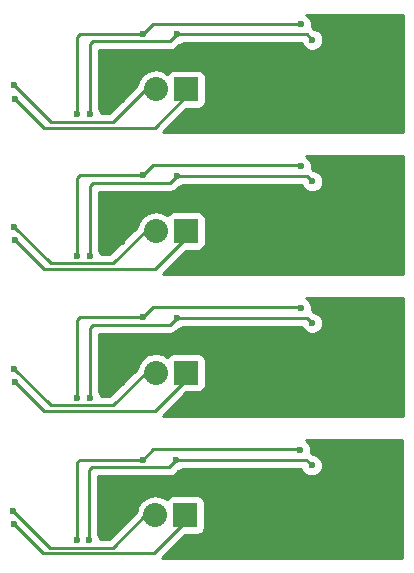
<source format=gbl>
G04 #@! TF.FileFunction,Copper,L2,Bot,Signal*
%FSLAX46Y46*%
G04 Gerber Fmt 4.6, Leading zero omitted, Abs format (unit mm)*
G04 Created by KiCad (PCBNEW 4.0.2-stable) date 12.07.2016 15:23:50*
%MOMM*%
G01*
G04 APERTURE LIST*
%ADD10C,0.100000*%
%ADD11R,2.032000X2.032000*%
%ADD12O,2.032000X2.032000*%
%ADD13C,0.600000*%
%ADD14C,0.250000*%
%ADD15C,0.254000*%
G04 APERTURE END LIST*
D10*
D11*
X144885000Y-114685000D03*
D12*
X142345000Y-114685000D03*
D11*
X144935000Y-102635000D03*
D12*
X142395000Y-102635000D03*
D11*
X144935000Y-90635000D03*
D12*
X142395000Y-90635000D03*
D11*
X144935000Y-78635000D03*
D12*
X142395000Y-78635000D03*
D13*
X139035000Y-112435000D03*
X139485000Y-115585000D03*
X148035000Y-113685000D03*
X150335000Y-113485000D03*
X148035000Y-112385000D03*
X148035000Y-117935000D03*
X139085000Y-100385000D03*
X139535000Y-103535000D03*
X148085000Y-101635000D03*
X150385000Y-101435000D03*
X148085000Y-100335000D03*
X148085000Y-105885000D03*
X139085000Y-88385000D03*
X139535000Y-91535000D03*
X148085000Y-89635000D03*
X150385000Y-89435000D03*
X148085000Y-88335000D03*
X148085000Y-93885000D03*
X139085000Y-76385000D03*
X139535000Y-79535000D03*
X148085000Y-77635000D03*
X150385000Y-77435000D03*
X148085000Y-76335000D03*
X148085000Y-81885000D03*
X130335000Y-114335000D03*
X130385000Y-102285000D03*
X130385000Y-90285000D03*
X130385000Y-78285000D03*
X135685000Y-116785000D03*
X154635000Y-109185000D03*
X141285000Y-109985000D03*
X135735000Y-104735000D03*
X154685000Y-97135000D03*
X141335000Y-97935000D03*
X135735000Y-92735000D03*
X154685000Y-85135000D03*
X141335000Y-85935000D03*
X135735000Y-80735000D03*
X154685000Y-73135000D03*
X141335000Y-73935000D03*
X136735000Y-116785000D03*
X155585000Y-110485000D03*
X144135000Y-110035000D03*
X136785000Y-104735000D03*
X155635000Y-98435000D03*
X144185000Y-97985000D03*
X136785000Y-92735000D03*
X155635000Y-86435000D03*
X144185000Y-85985000D03*
X136785000Y-80735000D03*
X155635000Y-74435000D03*
X144185000Y-73985000D03*
X130385000Y-115485000D03*
X130435000Y-103435000D03*
X130435000Y-91435000D03*
X130435000Y-79435000D03*
D14*
X139035000Y-112435000D02*
X139485000Y-112885000D01*
X139485000Y-112885000D02*
X139485000Y-115585000D01*
X149235000Y-112385000D02*
X148035000Y-112385000D01*
X150335000Y-113485000D02*
X149235000Y-112385000D01*
X148035000Y-112385000D02*
X148035000Y-113685000D01*
X148035000Y-113685000D02*
X148035000Y-117935000D01*
X139085000Y-100385000D02*
X139535000Y-100835000D01*
X139535000Y-100835000D02*
X139535000Y-103535000D01*
X149285000Y-100335000D02*
X148085000Y-100335000D01*
X150385000Y-101435000D02*
X149285000Y-100335000D01*
X148085000Y-100335000D02*
X148085000Y-101635000D01*
X148085000Y-101635000D02*
X148085000Y-105885000D01*
X139085000Y-88385000D02*
X139535000Y-88835000D01*
X139535000Y-88835000D02*
X139535000Y-91535000D01*
X149285000Y-88335000D02*
X148085000Y-88335000D01*
X150385000Y-89435000D02*
X149285000Y-88335000D01*
X148085000Y-88335000D02*
X148085000Y-89635000D01*
X148085000Y-89635000D02*
X148085000Y-93885000D01*
X139085000Y-76385000D02*
X139535000Y-76835000D01*
X139535000Y-76835000D02*
X139535000Y-79535000D01*
X149285000Y-76335000D02*
X148085000Y-76335000D01*
X150385000Y-77435000D02*
X149285000Y-76335000D01*
X148085000Y-76335000D02*
X148085000Y-77635000D01*
X148085000Y-77635000D02*
X148085000Y-81885000D01*
X142345000Y-114685000D02*
X141485000Y-114685000D01*
X141485000Y-114685000D02*
X138735000Y-117435000D01*
X138735000Y-117435000D02*
X133435000Y-117435000D01*
X133435000Y-117435000D02*
X130335000Y-114335000D01*
X142395000Y-102635000D02*
X141535000Y-102635000D01*
X141535000Y-102635000D02*
X138785000Y-105385000D01*
X138785000Y-105385000D02*
X133485000Y-105385000D01*
X133485000Y-105385000D02*
X130385000Y-102285000D01*
X142395000Y-90635000D02*
X141535000Y-90635000D01*
X141535000Y-90635000D02*
X138785000Y-93385000D01*
X138785000Y-93385000D02*
X133485000Y-93385000D01*
X133485000Y-93385000D02*
X130385000Y-90285000D01*
X142395000Y-78635000D02*
X141535000Y-78635000D01*
X141535000Y-78635000D02*
X138785000Y-81385000D01*
X138785000Y-81385000D02*
X133485000Y-81385000D01*
X133485000Y-81385000D02*
X130385000Y-78285000D01*
X135935000Y-109985000D02*
X141285000Y-109985000D01*
X135685000Y-110235000D02*
X135935000Y-109985000D01*
X135685000Y-116785000D02*
X135685000Y-110235000D01*
X142135000Y-109135000D02*
X141285000Y-109985000D01*
X154585000Y-109135000D02*
X142135000Y-109135000D01*
X154635000Y-109185000D02*
X154585000Y-109135000D01*
X135985000Y-97935000D02*
X141335000Y-97935000D01*
X135735000Y-98185000D02*
X135985000Y-97935000D01*
X135735000Y-104735000D02*
X135735000Y-98185000D01*
X142185000Y-97085000D02*
X141335000Y-97935000D01*
X154635000Y-97085000D02*
X142185000Y-97085000D01*
X154685000Y-97135000D02*
X154635000Y-97085000D01*
X135985000Y-85935000D02*
X141335000Y-85935000D01*
X135735000Y-86185000D02*
X135985000Y-85935000D01*
X135735000Y-92735000D02*
X135735000Y-86185000D01*
X142185000Y-85085000D02*
X141335000Y-85935000D01*
X154635000Y-85085000D02*
X142185000Y-85085000D01*
X154685000Y-85135000D02*
X154635000Y-85085000D01*
X135985000Y-73935000D02*
X141335000Y-73935000D01*
X135735000Y-74185000D02*
X135985000Y-73935000D01*
X135735000Y-80735000D02*
X135735000Y-74185000D01*
X142185000Y-73085000D02*
X141335000Y-73935000D01*
X154635000Y-73085000D02*
X142185000Y-73085000D01*
X154685000Y-73135000D02*
X154635000Y-73085000D01*
X143535000Y-110635000D02*
X144135000Y-110035000D01*
X136985000Y-110635000D02*
X143535000Y-110635000D01*
X136735000Y-110885000D02*
X136985000Y-110635000D01*
X136735000Y-116785000D02*
X136735000Y-110885000D01*
X155135000Y-110035000D02*
X144135000Y-110035000D01*
X155585000Y-110485000D02*
X155135000Y-110035000D01*
X143585000Y-98585000D02*
X144185000Y-97985000D01*
X137035000Y-98585000D02*
X143585000Y-98585000D01*
X136785000Y-98835000D02*
X137035000Y-98585000D01*
X136785000Y-104735000D02*
X136785000Y-98835000D01*
X155185000Y-97985000D02*
X144185000Y-97985000D01*
X155635000Y-98435000D02*
X155185000Y-97985000D01*
X143585000Y-86585000D02*
X144185000Y-85985000D01*
X137035000Y-86585000D02*
X143585000Y-86585000D01*
X136785000Y-86835000D02*
X137035000Y-86585000D01*
X136785000Y-92735000D02*
X136785000Y-86835000D01*
X155185000Y-85985000D02*
X144185000Y-85985000D01*
X155635000Y-86435000D02*
X155185000Y-85985000D01*
X143585000Y-74585000D02*
X144185000Y-73985000D01*
X137035000Y-74585000D02*
X143585000Y-74585000D01*
X136785000Y-74835000D02*
X137035000Y-74585000D01*
X136785000Y-80735000D02*
X136785000Y-74835000D01*
X155185000Y-73985000D02*
X144185000Y-73985000D01*
X155635000Y-74435000D02*
X155185000Y-73985000D01*
X144885000Y-114685000D02*
X144885000Y-115285000D01*
X144885000Y-115285000D02*
X142235000Y-117935000D01*
X132835000Y-117935000D02*
X130385000Y-115485000D01*
X142235000Y-117935000D02*
X132835000Y-117935000D01*
X144935000Y-102635000D02*
X144935000Y-103235000D01*
X144935000Y-103235000D02*
X142285000Y-105885000D01*
X132885000Y-105885000D02*
X130435000Y-103435000D01*
X142285000Y-105885000D02*
X132885000Y-105885000D01*
X144935000Y-90635000D02*
X144935000Y-91235000D01*
X144935000Y-91235000D02*
X142285000Y-93885000D01*
X132885000Y-93885000D02*
X130435000Y-91435000D01*
X142285000Y-93885000D02*
X132885000Y-93885000D01*
X144935000Y-78635000D02*
X144935000Y-79235000D01*
X144935000Y-79235000D02*
X142285000Y-81885000D01*
X132885000Y-81885000D02*
X130435000Y-79435000D01*
X142285000Y-81885000D02*
X132885000Y-81885000D01*
D15*
G36*
X163258000Y-118308000D02*
X142936802Y-118308000D01*
X144896362Y-116348440D01*
X145901000Y-116348440D01*
X146136317Y-116304162D01*
X146352441Y-116165090D01*
X146497431Y-115952890D01*
X146548440Y-115701000D01*
X146548440Y-113669000D01*
X146504162Y-113433683D01*
X146365090Y-113217559D01*
X146152890Y-113072569D01*
X145901000Y-113021560D01*
X143869000Y-113021560D01*
X143633683Y-113065838D01*
X143417559Y-113204910D01*
X143315802Y-113353837D01*
X142976810Y-113127330D01*
X142345000Y-113001655D01*
X141713190Y-113127330D01*
X141177567Y-113485222D01*
X140819675Y-114020845D01*
X140756438Y-114338760D01*
X138420198Y-116675000D01*
X137670097Y-116675000D01*
X137670162Y-116599833D01*
X137528117Y-116256057D01*
X137495000Y-116222882D01*
X137495000Y-111395000D01*
X143535000Y-111395000D01*
X143825839Y-111337148D01*
X144072401Y-111172401D01*
X144274680Y-110970122D01*
X144320167Y-110970162D01*
X144663943Y-110828117D01*
X144697118Y-110795000D01*
X154701418Y-110795000D01*
X154791883Y-111013943D01*
X155054673Y-111277192D01*
X155398201Y-111419838D01*
X155770167Y-111420162D01*
X156113943Y-111278117D01*
X156377192Y-111015327D01*
X156519838Y-110671799D01*
X156520162Y-110299833D01*
X156378117Y-109956057D01*
X156115327Y-109692808D01*
X155771799Y-109550162D01*
X155724923Y-109550121D01*
X155672401Y-109497599D01*
X155551222Y-109416630D01*
X155569838Y-109371799D01*
X155570162Y-108999833D01*
X155428117Y-108656057D01*
X155165327Y-108392808D01*
X155091133Y-108362000D01*
X163258000Y-108362000D01*
X163258000Y-118308000D01*
X163258000Y-118308000D01*
G37*
X163258000Y-118308000D02*
X142936802Y-118308000D01*
X144896362Y-116348440D01*
X145901000Y-116348440D01*
X146136317Y-116304162D01*
X146352441Y-116165090D01*
X146497431Y-115952890D01*
X146548440Y-115701000D01*
X146548440Y-113669000D01*
X146504162Y-113433683D01*
X146365090Y-113217559D01*
X146152890Y-113072569D01*
X145901000Y-113021560D01*
X143869000Y-113021560D01*
X143633683Y-113065838D01*
X143417559Y-113204910D01*
X143315802Y-113353837D01*
X142976810Y-113127330D01*
X142345000Y-113001655D01*
X141713190Y-113127330D01*
X141177567Y-113485222D01*
X140819675Y-114020845D01*
X140756438Y-114338760D01*
X138420198Y-116675000D01*
X137670097Y-116675000D01*
X137670162Y-116599833D01*
X137528117Y-116256057D01*
X137495000Y-116222882D01*
X137495000Y-111395000D01*
X143535000Y-111395000D01*
X143825839Y-111337148D01*
X144072401Y-111172401D01*
X144274680Y-110970122D01*
X144320167Y-110970162D01*
X144663943Y-110828117D01*
X144697118Y-110795000D01*
X154701418Y-110795000D01*
X154791883Y-111013943D01*
X155054673Y-111277192D01*
X155398201Y-111419838D01*
X155770167Y-111420162D01*
X156113943Y-111278117D01*
X156377192Y-111015327D01*
X156519838Y-110671799D01*
X156520162Y-110299833D01*
X156378117Y-109956057D01*
X156115327Y-109692808D01*
X155771799Y-109550162D01*
X155724923Y-109550121D01*
X155672401Y-109497599D01*
X155551222Y-109416630D01*
X155569838Y-109371799D01*
X155570162Y-108999833D01*
X155428117Y-108656057D01*
X155165327Y-108392808D01*
X155091133Y-108362000D01*
X163258000Y-108362000D01*
X163258000Y-118308000D01*
G36*
X163308000Y-106258000D02*
X142986802Y-106258000D01*
X144946362Y-104298440D01*
X145951000Y-104298440D01*
X146186317Y-104254162D01*
X146402441Y-104115090D01*
X146547431Y-103902890D01*
X146598440Y-103651000D01*
X146598440Y-101619000D01*
X146554162Y-101383683D01*
X146415090Y-101167559D01*
X146202890Y-101022569D01*
X145951000Y-100971560D01*
X143919000Y-100971560D01*
X143683683Y-101015838D01*
X143467559Y-101154910D01*
X143365802Y-101303837D01*
X143026810Y-101077330D01*
X142395000Y-100951655D01*
X141763190Y-101077330D01*
X141227567Y-101435222D01*
X140869675Y-101970845D01*
X140806438Y-102288760D01*
X138470198Y-104625000D01*
X137720097Y-104625000D01*
X137720162Y-104549833D01*
X137578117Y-104206057D01*
X137545000Y-104172882D01*
X137545000Y-99345000D01*
X143585000Y-99345000D01*
X143875839Y-99287148D01*
X144122401Y-99122401D01*
X144324680Y-98920122D01*
X144370167Y-98920162D01*
X144713943Y-98778117D01*
X144747118Y-98745000D01*
X154751418Y-98745000D01*
X154841883Y-98963943D01*
X155104673Y-99227192D01*
X155448201Y-99369838D01*
X155820167Y-99370162D01*
X156163943Y-99228117D01*
X156427192Y-98965327D01*
X156569838Y-98621799D01*
X156570162Y-98249833D01*
X156428117Y-97906057D01*
X156165327Y-97642808D01*
X155821799Y-97500162D01*
X155774923Y-97500121D01*
X155722401Y-97447599D01*
X155601222Y-97366630D01*
X155619838Y-97321799D01*
X155620162Y-96949833D01*
X155478117Y-96606057D01*
X155215327Y-96342808D01*
X155141133Y-96312000D01*
X163308000Y-96312000D01*
X163308000Y-106258000D01*
X163308000Y-106258000D01*
G37*
X163308000Y-106258000D02*
X142986802Y-106258000D01*
X144946362Y-104298440D01*
X145951000Y-104298440D01*
X146186317Y-104254162D01*
X146402441Y-104115090D01*
X146547431Y-103902890D01*
X146598440Y-103651000D01*
X146598440Y-101619000D01*
X146554162Y-101383683D01*
X146415090Y-101167559D01*
X146202890Y-101022569D01*
X145951000Y-100971560D01*
X143919000Y-100971560D01*
X143683683Y-101015838D01*
X143467559Y-101154910D01*
X143365802Y-101303837D01*
X143026810Y-101077330D01*
X142395000Y-100951655D01*
X141763190Y-101077330D01*
X141227567Y-101435222D01*
X140869675Y-101970845D01*
X140806438Y-102288760D01*
X138470198Y-104625000D01*
X137720097Y-104625000D01*
X137720162Y-104549833D01*
X137578117Y-104206057D01*
X137545000Y-104172882D01*
X137545000Y-99345000D01*
X143585000Y-99345000D01*
X143875839Y-99287148D01*
X144122401Y-99122401D01*
X144324680Y-98920122D01*
X144370167Y-98920162D01*
X144713943Y-98778117D01*
X144747118Y-98745000D01*
X154751418Y-98745000D01*
X154841883Y-98963943D01*
X155104673Y-99227192D01*
X155448201Y-99369838D01*
X155820167Y-99370162D01*
X156163943Y-99228117D01*
X156427192Y-98965327D01*
X156569838Y-98621799D01*
X156570162Y-98249833D01*
X156428117Y-97906057D01*
X156165327Y-97642808D01*
X155821799Y-97500162D01*
X155774923Y-97500121D01*
X155722401Y-97447599D01*
X155601222Y-97366630D01*
X155619838Y-97321799D01*
X155620162Y-96949833D01*
X155478117Y-96606057D01*
X155215327Y-96342808D01*
X155141133Y-96312000D01*
X163308000Y-96312000D01*
X163308000Y-106258000D01*
G36*
X163308000Y-94258000D02*
X142986802Y-94258000D01*
X144946362Y-92298440D01*
X145951000Y-92298440D01*
X146186317Y-92254162D01*
X146402441Y-92115090D01*
X146547431Y-91902890D01*
X146598440Y-91651000D01*
X146598440Y-89619000D01*
X146554162Y-89383683D01*
X146415090Y-89167559D01*
X146202890Y-89022569D01*
X145951000Y-88971560D01*
X143919000Y-88971560D01*
X143683683Y-89015838D01*
X143467559Y-89154910D01*
X143365802Y-89303837D01*
X143026810Y-89077330D01*
X142395000Y-88951655D01*
X141763190Y-89077330D01*
X141227567Y-89435222D01*
X140869675Y-89970845D01*
X140806438Y-90288760D01*
X138470198Y-92625000D01*
X137720097Y-92625000D01*
X137720162Y-92549833D01*
X137578117Y-92206057D01*
X137545000Y-92172882D01*
X137545000Y-87345000D01*
X143585000Y-87345000D01*
X143875839Y-87287148D01*
X144122401Y-87122401D01*
X144324680Y-86920122D01*
X144370167Y-86920162D01*
X144713943Y-86778117D01*
X144747118Y-86745000D01*
X154751418Y-86745000D01*
X154841883Y-86963943D01*
X155104673Y-87227192D01*
X155448201Y-87369838D01*
X155820167Y-87370162D01*
X156163943Y-87228117D01*
X156427192Y-86965327D01*
X156569838Y-86621799D01*
X156570162Y-86249833D01*
X156428117Y-85906057D01*
X156165327Y-85642808D01*
X155821799Y-85500162D01*
X155774923Y-85500121D01*
X155722401Y-85447599D01*
X155601222Y-85366630D01*
X155619838Y-85321799D01*
X155620162Y-84949833D01*
X155478117Y-84606057D01*
X155215327Y-84342808D01*
X155141133Y-84312000D01*
X163308000Y-84312000D01*
X163308000Y-94258000D01*
X163308000Y-94258000D01*
G37*
X163308000Y-94258000D02*
X142986802Y-94258000D01*
X144946362Y-92298440D01*
X145951000Y-92298440D01*
X146186317Y-92254162D01*
X146402441Y-92115090D01*
X146547431Y-91902890D01*
X146598440Y-91651000D01*
X146598440Y-89619000D01*
X146554162Y-89383683D01*
X146415090Y-89167559D01*
X146202890Y-89022569D01*
X145951000Y-88971560D01*
X143919000Y-88971560D01*
X143683683Y-89015838D01*
X143467559Y-89154910D01*
X143365802Y-89303837D01*
X143026810Y-89077330D01*
X142395000Y-88951655D01*
X141763190Y-89077330D01*
X141227567Y-89435222D01*
X140869675Y-89970845D01*
X140806438Y-90288760D01*
X138470198Y-92625000D01*
X137720097Y-92625000D01*
X137720162Y-92549833D01*
X137578117Y-92206057D01*
X137545000Y-92172882D01*
X137545000Y-87345000D01*
X143585000Y-87345000D01*
X143875839Y-87287148D01*
X144122401Y-87122401D01*
X144324680Y-86920122D01*
X144370167Y-86920162D01*
X144713943Y-86778117D01*
X144747118Y-86745000D01*
X154751418Y-86745000D01*
X154841883Y-86963943D01*
X155104673Y-87227192D01*
X155448201Y-87369838D01*
X155820167Y-87370162D01*
X156163943Y-87228117D01*
X156427192Y-86965327D01*
X156569838Y-86621799D01*
X156570162Y-86249833D01*
X156428117Y-85906057D01*
X156165327Y-85642808D01*
X155821799Y-85500162D01*
X155774923Y-85500121D01*
X155722401Y-85447599D01*
X155601222Y-85366630D01*
X155619838Y-85321799D01*
X155620162Y-84949833D01*
X155478117Y-84606057D01*
X155215327Y-84342808D01*
X155141133Y-84312000D01*
X163308000Y-84312000D01*
X163308000Y-94258000D01*
G36*
X163308000Y-82258000D02*
X142986802Y-82258000D01*
X144946362Y-80298440D01*
X145951000Y-80298440D01*
X146186317Y-80254162D01*
X146402441Y-80115090D01*
X146547431Y-79902890D01*
X146598440Y-79651000D01*
X146598440Y-77619000D01*
X146554162Y-77383683D01*
X146415090Y-77167559D01*
X146202890Y-77022569D01*
X145951000Y-76971560D01*
X143919000Y-76971560D01*
X143683683Y-77015838D01*
X143467559Y-77154910D01*
X143365802Y-77303837D01*
X143026810Y-77077330D01*
X142395000Y-76951655D01*
X141763190Y-77077330D01*
X141227567Y-77435222D01*
X140869675Y-77970845D01*
X140806438Y-78288760D01*
X138470198Y-80625000D01*
X137720097Y-80625000D01*
X137720162Y-80549833D01*
X137578117Y-80206057D01*
X137545000Y-80172882D01*
X137545000Y-75345000D01*
X143585000Y-75345000D01*
X143875839Y-75287148D01*
X144122401Y-75122401D01*
X144324680Y-74920122D01*
X144370167Y-74920162D01*
X144713943Y-74778117D01*
X144747118Y-74745000D01*
X154751418Y-74745000D01*
X154841883Y-74963943D01*
X155104673Y-75227192D01*
X155448201Y-75369838D01*
X155820167Y-75370162D01*
X156163943Y-75228117D01*
X156427192Y-74965327D01*
X156569838Y-74621799D01*
X156570162Y-74249833D01*
X156428117Y-73906057D01*
X156165327Y-73642808D01*
X155821799Y-73500162D01*
X155774923Y-73500121D01*
X155722401Y-73447599D01*
X155601222Y-73366630D01*
X155619838Y-73321799D01*
X155620162Y-72949833D01*
X155478117Y-72606057D01*
X155215327Y-72342808D01*
X155141133Y-72312000D01*
X163308000Y-72312000D01*
X163308000Y-82258000D01*
X163308000Y-82258000D01*
G37*
X163308000Y-82258000D02*
X142986802Y-82258000D01*
X144946362Y-80298440D01*
X145951000Y-80298440D01*
X146186317Y-80254162D01*
X146402441Y-80115090D01*
X146547431Y-79902890D01*
X146598440Y-79651000D01*
X146598440Y-77619000D01*
X146554162Y-77383683D01*
X146415090Y-77167559D01*
X146202890Y-77022569D01*
X145951000Y-76971560D01*
X143919000Y-76971560D01*
X143683683Y-77015838D01*
X143467559Y-77154910D01*
X143365802Y-77303837D01*
X143026810Y-77077330D01*
X142395000Y-76951655D01*
X141763190Y-77077330D01*
X141227567Y-77435222D01*
X140869675Y-77970845D01*
X140806438Y-78288760D01*
X138470198Y-80625000D01*
X137720097Y-80625000D01*
X137720162Y-80549833D01*
X137578117Y-80206057D01*
X137545000Y-80172882D01*
X137545000Y-75345000D01*
X143585000Y-75345000D01*
X143875839Y-75287148D01*
X144122401Y-75122401D01*
X144324680Y-74920122D01*
X144370167Y-74920162D01*
X144713943Y-74778117D01*
X144747118Y-74745000D01*
X154751418Y-74745000D01*
X154841883Y-74963943D01*
X155104673Y-75227192D01*
X155448201Y-75369838D01*
X155820167Y-75370162D01*
X156163943Y-75228117D01*
X156427192Y-74965327D01*
X156569838Y-74621799D01*
X156570162Y-74249833D01*
X156428117Y-73906057D01*
X156165327Y-73642808D01*
X155821799Y-73500162D01*
X155774923Y-73500121D01*
X155722401Y-73447599D01*
X155601222Y-73366630D01*
X155619838Y-73321799D01*
X155620162Y-72949833D01*
X155478117Y-72606057D01*
X155215327Y-72342808D01*
X155141133Y-72312000D01*
X163308000Y-72312000D01*
X163308000Y-82258000D01*
M02*

</source>
